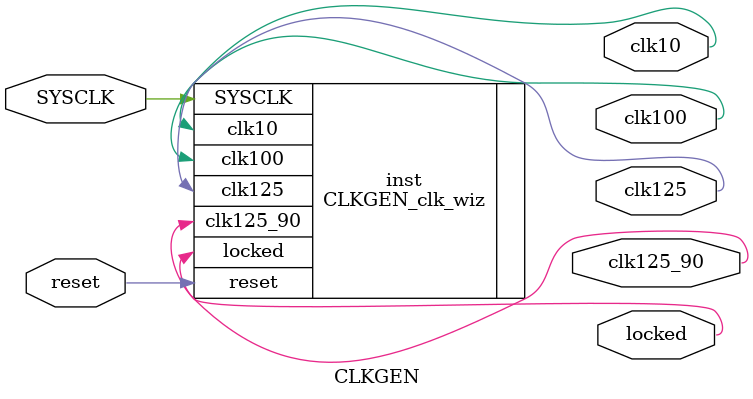
<source format=v>


`timescale 1ps/1ps

(* CORE_GENERATION_INFO = "CLKGEN,clk_wiz_v6_0_0_0,{component_name=CLKGEN,use_phase_alignment=true,use_min_o_jitter=false,use_max_i_jitter=false,use_dyn_phase_shift=false,use_inclk_switchover=false,use_dyn_reconfig=false,enable_axi=0,feedback_source=FDBK_AUTO,PRIMITIVE=MMCM,num_out_clk=4,clkin1_period=10.000,clkin2_period=10.000,use_power_down=false,use_reset=true,use_locked=true,use_inclk_stopped=false,feedback_type=SINGLE,CLOCK_MGR_TYPE=NA,manual_override=false}" *)

module CLKGEN 
 (
  // Clock out ports
  output        clk125,
  output        clk100,
  output        clk10,
  output        clk125_90,
  // Status and control signals
  input         reset,
  output        locked,
 // Clock in ports
  input         SYSCLK
 );

  CLKGEN_clk_wiz inst
  (
  // Clock out ports  
  .clk125(clk125),
  .clk100(clk100),
  .clk10(clk10),
  .clk125_90(clk125_90),
  // Status and control signals               
  .reset(reset), 
  .locked(locked),
 // Clock in ports
  .SYSCLK(SYSCLK)
  );

endmodule

</source>
